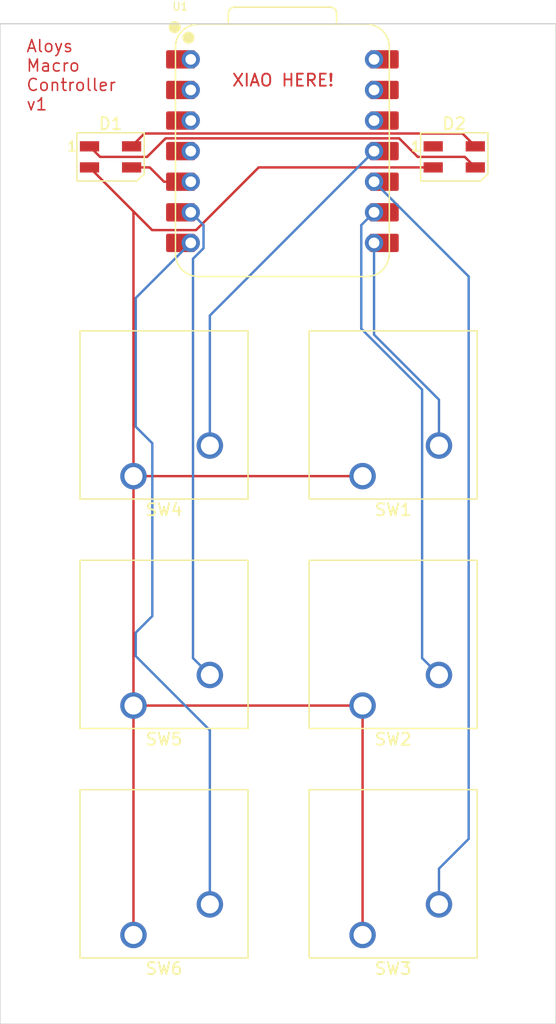
<source format=kicad_pcb>
(kicad_pcb (version 20241229) (generator "pcbnew") (generator_version "9.0")
  (layers (0 "F.Cu" signal) (2 "B.Cu" signal) (13 "F.Paste" user) (15 "B.Paste" user) (5 "F.SilkS" user "F.Silkscreen") (7 "B.SilkS" user "B.Silkscreen") (1 "F.Mask" user) (3 "B.Mask" user) (25 "Edge.Cuts" user))
  (net 0 "")
  (net 1 "Net-(D1-DOUT)")
  (net 2 "GND")
  (net 3 "+5V")
  (net 4 "Net-(D1-DIN)")
  (net 6 "Net-(U1-GPIO1{slash}RX)")
  (net 7 "Net-(U1-GPIO2{slash}SCK)")
  (net 8 "Net-(U1-GPIO4{slash}MISO)")
  (net 9 "Net-(U1-GPIO3{slash}MOSI)")
  (net 10 "Net-(U1-GPIO7{slash}SCL)")
  (net 11 "Net-(U1-GPIO0{slash}TX)")
  (footprint "Button_Switch_Keyboard:SW_Cherry_MX_1.00u_PCB" (layer "F.Cu") (at 111.4425 66.9925 180)
    (property "Reference" "SW4" (at -2.54 -2.794 0) (layer "F.SilkS"))
    (property "Value" "SW_Push")
    (fp_line (start 4.445 12.065) (end -9.525 12.065) (stroke (width 0.12)) (layer "F.SilkS"))
    (fp_line (start 4.445 -1.905) (end 4.445 12.065) (stroke (width 0.12)) (layer "F.SilkS"))
    (fp_line (start -9.525 12.065) (end -9.525 -1.905) (stroke (width 0.12)) (layer "F.SilkS"))
    (fp_line (start -9.525 -1.905) (end 4.445 -1.905) (stroke (width 0.12)) (layer "F.SilkS"))
    (pad "" np_thru_hole circle (at -7.62 5.08 180) (size 1.7 1.7) (drill 1.7) (layers "*.Cu" "*.Mask"))
    (pad "" np_thru_hole circle (at -2.54 5.08 180) (size 4 4) (drill 4) (layers "*.Cu" "*.Mask"))
    (pad "" np_thru_hole circle (at 2.54 5.08 180) (size 1.7 1.7) (drill 1.7) (layers "*.Cu" "*.Mask"))
    (pad "1" thru_hole circle (at 0 0 180) (size 2.2 2.2) (drill 1.5) (layers "*.Cu" "*.Mask") (net 2 "GND"))
    (pad "2" thru_hole circle (at -6.35 2.54 180) (size 2.2 2.2) (drill 1.5) (layers "*.Cu" "*.Mask") (net 9 "Net-(U1-GPIO3{slash}MOSI)"))
  )
  (footprint "LED_SMD:LED_SK6812MINI_PLCC4_3.5x3.5mm_P1.75mm" (layer "F.Cu") (at 109.5375 40.48125)
    (property "Reference" "D1" (at 0 -2.75 0) (layer "F.SilkS"))
    (property "Value" "SK6812MINI")
    (fp_line (start -2.8 -2) (end -2.8 2) (stroke (width 0.12)) (layer "F.SilkS"))
    (fp_line (start -2.8 -2) (end 2.8 -2) (stroke (width 0.12)) (layer "F.SilkS"))
    (fp_line (start -2.8 2) (end 2.2 2) (stroke (width 0.12)) (layer "F.SilkS"))
    (fp_line (start 2.8 1.4) (end 2.2 2) (stroke (width 0.12)) (layer "F.SilkS"))
    (fp_line (start 2.8 1.4) (end 2.8 -2) (stroke (width 0.12)) (layer "F.SilkS"))
    (fp_text user "1" (at -3.2 -0.875 0) (layer "F.SilkS") (effects (font (size 0.8 0.8))))
    (pad "1" smd rect (at -1.75 -0.875) (size 1.6 0.85) (layers "F.Cu" "F.Mask" "F.Paste") (net 1 "Net-(D1-DOUT)"))
    (pad "2" smd rect (at -1.75 0.875) (size 1.6 0.85) (layers "F.Cu" "F.Mask" "F.Paste") (net 2 "GND"))
    (pad "3" smd rect (at 1.75 0.875) (size 1.6 0.85) (layers "F.Cu" "F.Mask" "F.Paste") (net 4 "Net-(D1-DIN)"))
    (pad "4" smd rect (at 1.75 -0.875) (size 1.6 0.85) (layers "F.Cu" "F.Mask" "F.Paste") (net 3 "+5V"))
  )
  (footprint "OPL:XIAO-RP2040-DIP" (layer "F.Cu") (at 123.825 40.005)
    (property "Reference" "U1" (at -8.5 -12 0) (layer "F.SilkS") (effects (font (size 0.635 0.635) (thickness 0.1016))))
    (property "Value" "XIAO-RP2040-DIP")
    (fp_line (start -8.89 8.509) (end -8.89 -8.636) (stroke (width 0.127)) (layer "F.SilkS"))
    (fp_line (start -6.985 10.414) (end 6.985 10.414) (stroke (width 0.127)) (layer "F.SilkS"))
    (fp_line (start -4.495 -10.541) (end -4.491272 -11.451272) (stroke (width 0.127)) (layer "F.SilkS"))
    (fp_line (start -3.991272 -11.951) (end 4.004 -11.951) (stroke (width 0.127)) (layer "F.SilkS"))
    (fp_line (start 4.504 -11.451) (end 4.504 -10.541) (stroke (width 0.127)) (layer "F.SilkS"))
    (fp_line (start 6.985 -10.541) (end -6.985 -10.541) (stroke (width 0.1)) (layer "F.SilkS"))
    (fp_line (start 6.985 -10.541) (end -6.985 -10.541) (stroke (width 0.127)) (layer "F.SilkS"))
    (fp_line (start 8.89 8.509) (end 8.89 -8.636) (stroke (width 0.127)) (layer "F.SilkS"))
    (fp_arc (start -8.89 -8.636) (mid -8.332038 -9.983038) (end -6.985 -10.541) (stroke (width 0.127)) (layer "F.SilkS"))
    (fp_arc (start -6.985 10.414) (mid -8.332038 9.856038) (end -8.89 8.509) (stroke (width 0.127)) (layer "F.SilkS"))
    (fp_arc (start -4.491272 -11.451272) (mid -4.344728 -11.80464) (end -3.991272 -11.951) (stroke (width 0.127)) (layer "F.SilkS"))
    (fp_arc (start 4.004 -11.951) (mid 4.357553 -11.804553) (end 4.504 -11.451) (stroke (width 0.127)) (layer "F.SilkS"))
    (fp_arc (start 6.985 -10.541) (mid 8.332038 -9.983038) (end 8.89 -8.636) (stroke (width 0.127)) (layer "F.SilkS"))
    (fp_arc (start 8.89 8.509) (mid 8.332038 9.856038) (end 6.985 10.414) (stroke (width 0.127)) (layer "F.SilkS"))
    (fp_circle (center -8.95 -10.3) (end -8.95 -10.554) (stroke (width 0.5)) (fill yes) (layer "F.SilkS"))
    (fp_circle (center -7.807 -9.42) (end -7.807 -9.674) (stroke (width 0.5)) (fill yes) (layer "F.SilkS"))
    (pad "1" smd roundrect (at -8.455 -7.62 180) (size 2.432 1.524) (layers "F.Cu" "F.Mask") (roundrect_rratio 0.1))
    (pad "1" thru_hole circle (at -7.62 -7.62 180) (size 1.524 1.524) (drill 0.889) (layers "*.Cu" "*.Mask"))
    (pad "2" smd roundrect (at -8.455 -5.08 180) (size 2.432 1.524) (layers "F.Cu" "F.Mask") (roundrect_rratio 0.1))
    (pad "2" thru_hole circle (at -7.62 -5.08 180) (size 1.524 1.524) (drill 0.889) (layers "*.Cu" "*.Mask"))
    (pad "3" smd roundrect (at -8.455 -2.54 180) (size 2.432 1.524) (layers "F.Cu" "F.Mask") (roundrect_rratio 0.1))
    (pad "3" thru_hole circle (at -7.62 -2.54 180) (size 1.524 1.524) (drill 0.889) (layers "*.Cu" "*.Mask"))
    (pad "4" smd roundrect (at -8.455 0 180) (size 2.432 1.524) (layers "F.Cu" "F.Mask") (roundrect_rratio 0.1))
    (pad "4" thru_hole circle (at -7.62 0 180) (size 1.524 1.524) (drill 0.889) (layers "*.Cu" "*.Mask"))
    (pad "5" smd roundrect (at -8.455 2.54 180) (size 2.432 1.524) (layers "F.Cu" "F.Mask") (roundrect_rratio 0.1) (net 4 "Net-(D1-DIN)"))
    (pad "5" thru_hole circle (at -7.62 2.54 180) (size 1.524 1.524) (drill 0.889) (layers "*.Cu" "*.Mask") (net 4 "Net-(D1-DIN)"))
    (pad "6" smd roundrect (at -8.455 5.08 180) (size 2.432 1.524) (layers "F.Cu" "F.Mask") (roundrect_rratio 0.1) (net 10 "Net-(U1-GPIO7{slash}SCL)"))
    (pad "6" thru_hole circle (at -7.62 5.08 180) (size 1.524 1.524) (drill 0.889) (layers "*.Cu" "*.Mask") (net 10 "Net-(U1-GPIO7{slash}SCL)"))
    (pad "7" smd roundrect (at -8.455 7.62 180) (size 2.432 1.524) (layers "F.Cu" "F.Mask") (roundrect_rratio 0.1) (net 11 "Net-(U1-GPIO0{slash}TX)"))
    (pad "7" thru_hole circle (at -7.62 7.62 180) (size 1.524 1.524) (drill 0.889) (layers "*.Cu" "*.Mask") (net 11 "Net-(U1-GPIO0{slash}TX)"))
    (pad "8" thru_hole circle (at 7.62 7.62) (size 1.524 1.524) (drill 0.889) (layers "*.Cu" "*.Mask") (net 6 "Net-(U1-GPIO1{slash}RX)"))
    (pad "8" smd roundrect (at 8.455 7.62) (size 2.432 1.524) (layers "F.Cu" "F.Mask") (roundrect_rratio 0.1) (net 6 "Net-(U1-GPIO1{slash}RX)"))
    (pad "9" thru_hole circle (at 7.62 5.08) (size 1.524 1.524) (drill 0.889) (layers "*.Cu" "*.Mask") (net 7 "Net-(U1-GPIO2{slash}SCK)"))
    (pad "9" smd roundrect (at 8.455 5.08) (size 2.432 1.524) (layers "F.Cu" "F.Mask") (roundrect_rratio 0.1) (net 7 "Net-(U1-GPIO2{slash}SCK)"))
    (pad "10" thru_hole circle (at 7.62 2.54) (size 1.524 1.524) (drill 0.889) (layers "*.Cu" "*.Mask") (net 8 "Net-(U1-GPIO4{slash}MISO)"))
    (pad "10" smd roundrect (at 8.455 2.54) (size 2.432 1.524) (layers "F.Cu" "F.Mask") (roundrect_rratio 0.1) (net 8 "Net-(U1-GPIO4{slash}MISO)"))
    (pad "11" thru_hole circle (at 7.62 0) (size 1.524 1.524) (drill 0.889) (layers "*.Cu" "*.Mask") (net 9 "Net-(U1-GPIO3{slash}MOSI)"))
    (pad "11" smd roundrect (at 8.455 0) (size 2.432 1.524) (layers "F.Cu" "F.Mask") (roundrect_rratio 0.1) (net 9 "Net-(U1-GPIO3{slash}MOSI)"))
    (pad "12" thru_hole circle (at 7.62 -2.54) (size 1.524 1.524) (drill 0.889) (layers "*.Cu" "*.Mask"))
    (pad "12" smd roundrect (at 8.455 -2.54) (size 2.432 1.524) (layers "F.Cu" "F.Mask") (roundrect_rratio 0.1))
    (pad "13" thru_hole circle (at 7.62 -5.08) (size 1.524 1.524) (drill 0.889) (layers "*.Cu" "*.Mask"))
    (pad "13" smd roundrect (at 8.455 -5.08) (size 2.432 1.524) (layers "F.Cu" "F.Mask") (roundrect_rratio 0.1))
    (pad "14" thru_hole circle (at 7.62 -7.62) (size 1.524 1.524) (drill 0.889) (layers "*.Cu" "*.Mask"))
    (pad "14" smd roundrect (at 8.455 -7.62) (size 2.432 1.524) (layers "F.Cu" "F.Mask") (roundrect_rratio 0.1))
  )
  (footprint "LED_SMD:LED_SK6812MINI_PLCC4_3.5x3.5mm_P1.75mm" (layer "F.Cu") (at 138.1125 40.48125)
    (property "Reference" "D2" (at 0 -2.75 0) (layer "F.SilkS"))
    (property "Value" "SK6812MINI")
    (fp_line (start -2.8 -2) (end -2.8 2) (stroke (width 0.12)) (layer "F.SilkS"))
    (fp_line (start -2.8 -2) (end 2.8 -2) (stroke (width 0.12)) (layer "F.SilkS"))
    (fp_line (start -2.8 2) (end 2.2 2) (stroke (width 0.12)) (layer "F.SilkS"))
    (fp_line (start 2.8 1.4) (end 2.2 2) (stroke (width 0.12)) (layer "F.SilkS"))
    (fp_line (start 2.8 1.4) (end 2.8 -2) (stroke (width 0.12)) (layer "F.SilkS"))
    (fp_text user "1" (at -3.2 -0.875 0) (layer "F.SilkS") (effects (font (size 0.8 0.8))))
    (pad "1" smd rect (at -1.75 -0.875) (size 1.6 0.85) (layers "F.Cu" "F.Mask" "F.Paste"))
    (pad "2" smd rect (at -1.75 0.875) (size 1.6 0.85) (layers "F.Cu" "F.Mask" "F.Paste") (net 2 "GND"))
    (pad "3" smd rect (at 1.75 0.875) (size 1.6 0.85) (layers "F.Cu" "F.Mask" "F.Paste") (net 1 "Net-(D1-DOUT)"))
    (pad "4" smd rect (at 1.75 -0.875) (size 1.6 0.85) (layers "F.Cu" "F.Mask" "F.Paste") (net 3 "+5V"))
  )
  (footprint "Button_Switch_Keyboard:SW_Cherry_MX_1.00u_PCB" (layer "F.Cu") (at 111.4425 86.0425 180)
    (property "Reference" "SW5" (at -2.54 -2.794 0) (layer "F.SilkS"))
    (property "Value" "SW_Push")
    (fp_line (start 4.445 12.065) (end -9.525 12.065) (stroke (width 0.12)) (layer "F.SilkS"))
    (fp_line (start 4.445 -1.905) (end 4.445 12.065) (stroke (width 0.12)) (layer "F.SilkS"))
    (fp_line (start -9.525 12.065) (end -9.525 -1.905) (stroke (width 0.12)) (layer "F.SilkS"))
    (fp_line (start -9.525 -1.905) (end 4.445 -1.905) (stroke (width 0.12)) (layer "F.SilkS"))
    (pad "" np_thru_hole circle (at -7.62 5.08 180) (size 1.7 1.7) (drill 1.7) (layers "*.Cu" "*.Mask"))
    (pad "" np_thru_hole circle (at -2.54 5.08 180) (size 4 4) (drill 4) (layers "*.Cu" "*.Mask"))
    (pad "" np_thru_hole circle (at 2.54 5.08 180) (size 1.7 1.7) (drill 1.7) (layers "*.Cu" "*.Mask"))
    (pad "1" thru_hole circle (at 0 0 180) (size 2.2 2.2) (drill 1.5) (layers "*.Cu" "*.Mask") (net 2 "GND"))
    (pad "2" thru_hole circle (at -6.35 2.54 180) (size 2.2 2.2) (drill 1.5) (layers "*.Cu" "*.Mask") (net 10 "Net-(U1-GPIO7{slash}SCL)"))
  )
  (footprint "Button_Switch_Keyboard:SW_Cherry_MX_1.00u_PCB" (layer "F.Cu") (at 130.4925 66.9925 180)
    (property "Reference" "SW1" (at -2.54 -2.794 0) (layer "F.SilkS"))
    (property "Value" "SW_Push")
    (fp_line (start 4.445 12.065) (end -9.525 12.065) (stroke (width 0.12)) (layer "F.SilkS"))
    (fp_line (start 4.445 -1.905) (end 4.445 12.065) (stroke (width 0.12)) (layer "F.SilkS"))
    (fp_line (start -9.525 12.065) (end -9.525 -1.905) (stroke (width 0.12)) (layer "F.SilkS"))
    (fp_line (start -9.525 -1.905) (end 4.445 -1.905) (stroke (width 0.12)) (layer "F.SilkS"))
    (pad "" np_thru_hole circle (at -7.62 5.08 180) (size 1.7 1.7) (drill 1.7) (layers "*.Cu" "*.Mask"))
    (pad "" np_thru_hole circle (at -2.54 5.08 180) (size 4 4) (drill 4) (layers "*.Cu" "*.Mask"))
    (pad "" np_thru_hole circle (at 2.54 5.08 180) (size 1.7 1.7) (drill 1.7) (layers "*.Cu" "*.Mask"))
    (pad "1" thru_hole circle (at 0 0 180) (size 2.2 2.2) (drill 1.5) (layers "*.Cu" "*.Mask") (net 2 "GND"))
    (pad "2" thru_hole circle (at -6.35 2.54 180) (size 2.2 2.2) (drill 1.5) (layers "*.Cu" "*.Mask") (net 6 "Net-(U1-GPIO1{slash}RX)"))
  )
  (footprint "Button_Switch_Keyboard:SW_Cherry_MX_1.00u_PCB" (layer "F.Cu") (at 130.4925 105.0925 180)
    (property "Reference" "SW3" (at -2.54 -2.794 0) (layer "F.SilkS"))
    (property "Value" "SW_Push")
    (fp_line (start 4.445 12.065) (end -9.525 12.065) (stroke (width 0.12)) (layer "F.SilkS"))
    (fp_line (start 4.445 -1.905) (end 4.445 12.065) (stroke (width 0.12)) (layer "F.SilkS"))
    (fp_line (start -9.525 12.065) (end -9.525 -1.905) (stroke (width 0.12)) (layer "F.SilkS"))
    (fp_line (start -9.525 -1.905) (end 4.445 -1.905) (stroke (width 0.12)) (layer "F.SilkS"))
    (pad "" np_thru_hole circle (at -7.62 5.08 180) (size 1.7 1.7) (drill 1.7) (layers "*.Cu" "*.Mask"))
    (pad "" np_thru_hole circle (at -2.54 5.08 180) (size 4 4) (drill 4) (layers "*.Cu" "*.Mask"))
    (pad "" np_thru_hole circle (at 2.54 5.08 180) (size 1.7 1.7) (drill 1.7) (layers "*.Cu" "*.Mask"))
    (pad "1" thru_hole circle (at 0 0 180) (size 2.2 2.2) (drill 1.5) (layers "*.Cu" "*.Mask") (net 2 "GND"))
    (pad "2" thru_hole circle (at -6.35 2.54 180) (size 2.2 2.2) (drill 1.5) (layers "*.Cu" "*.Mask") (net 8 "Net-(U1-GPIO4{slash}MISO)"))
  )
  (footprint "Button_Switch_Keyboard:SW_Cherry_MX_1.00u_PCB" (layer "F.Cu") (at 130.4925 86.0425 180)
    (property "Reference" "SW2" (at -2.54 -2.794 0) (layer "F.SilkS"))
    (property "Value" "SW_Push")
    (fp_line (start 4.445 12.065) (end -9.525 12.065) (stroke (width 0.12)) (layer "F.SilkS"))
    (fp_line (start 4.445 -1.905) (end 4.445 12.065) (stroke (width 0.12)) (layer "F.SilkS"))
    (fp_line (start -9.525 12.065) (end -9.525 -1.905) (stroke (width 0.12)) (layer "F.SilkS"))
    (fp_line (start -9.525 -1.905) (end 4.445 -1.905) (stroke (width 0.12)) (layer "F.SilkS"))
    (pad "" np_thru_hole circle (at -7.62 5.08 180) (size 1.7 1.7) (drill 1.7) (layers "*.Cu" "*.Mask"))
    (pad "" np_thru_hole circle (at -2.54 5.08 180) (size 4 4) (drill 4) (layers "*.Cu" "*.Mask"))
    (pad "" np_thru_hole circle (at 2.54 5.08 180) (size 1.7 1.7) (drill 1.7) (layers "*.Cu" "*.Mask"))
    (pad "1" thru_hole circle (at 0 0 180) (size 2.2 2.2) (drill 1.5) (layers "*.Cu" "*.Mask") (net 2 "GND"))
    (pad "2" thru_hole circle (at -6.35 2.54 180) (size 2.2 2.2) (drill 1.5) (layers "*.Cu" "*.Mask") (net 7 "Net-(U1-GPIO2{slash}SCK)"))
  )
  (footprint "Button_Switch_Keyboard:SW_Cherry_MX_1.00u_PCB" (layer "F.Cu") (at 111.4425 105.0925 180)
    (property "Reference" "SW6" (at -2.54 -2.794 0) (layer "F.SilkS"))
    (property "Value" "SW_Push")
    (fp_line (start 4.445 12.065) (end -9.525 12.065) (stroke (width 0.12)) (layer "F.SilkS"))
    (fp_line (start 4.445 -1.905) (end 4.445 12.065) (stroke (width 0.12)) (layer "F.SilkS"))
    (fp_line (start -9.525 12.065) (end -9.525 -1.905) (stroke (width 0.12)) (layer "F.SilkS"))
    (fp_line (start -9.525 -1.905) (end 4.445 -1.905) (stroke (width 0.12)) (layer "F.SilkS"))
    (pad "" np_thru_hole circle (at -7.62 5.08 180) (size 1.7 1.7) (drill 1.7) (layers "*.Cu" "*.Mask"))
    (pad "" np_thru_hole circle (at -2.54 5.08 180) (size 4 4) (drill 4) (layers "*.Cu" "*.Mask"))
    (pad "" np_thru_hole circle (at 2.54 5.08 180) (size 1.7 1.7) (drill 1.7) (layers "*.Cu" "*.Mask"))
    (pad "1" thru_hole circle (at 0 0 180) (size 2.2 2.2) (drill 1.5) (layers "*.Cu" "*.Mask") (net 2 "GND"))
    (pad "2" thru_hole circle (at -6.35 2.54 180) (size 2.2 2.2) (drill 1.5) (layers "*.Cu" "*.Mask") (net 11 "Net-(U1-GPIO0{slash}TX)"))
  )
  (gr_rect (start 100.37 29.4) (end 146.55 29.451) (stroke (width 0.05)) (fill no) (layer "Edge.Cuts"))
  (gr_rect (start 100.37 29.451) (end 146.55 112.47) (stroke (width 0.05)) (fill no) (layer "Edge.Cuts"))
  (gr_text "Aloys\nMacro\nController\nv1" (at 102.47 36.7 0) (layer "F.Cu") (effects (font (size 1 1) (thickness 0.125)) (justify left bottom)))
  (gr_text "XIAO HERE!" (at 119.57 34.7 0) (layer "F.Cu") (effects (font (size 1 1)) (justify left bottom)))
  (segment (start 138.9875 40.48125) (end 139.8625 41.35625) (width 0.2) (layer "F.Cu") (net 1))
  (segment (start 108.6625 40.48125) (end 112.575124 40.48125) (width 0.2) (layer "F.Cu") (net 1))
  (segment (start 112.575124 40.48125) (end 114.114374 38.942) (width 0.2) (layer "F.Cu") (net 1))
  (segment (start 135.074876 40.48125) (end 138.9875 40.48125) (width 0.2) (layer "F.Cu") (net 1))
  (segment (start 107.7875 39.60625) (end 108.6625 40.48125) (width 0.2) (layer "F.Cu") (net 1))
  (segment (start 133.535626 38.942) (end 135.074876 40.48125) (width 0.2) (layer "F.Cu") (net 1))
  (segment (start 114.114374 38.942) (end 133.535626 38.942) (width 0.2) (layer "F.Cu") (net 1))
  (segment (start 111.4425 86.0425) (end 111.4425 105.0925) (width 0.2) (layer "F.Cu") (net 2))
  (segment (start 112.99325 46.562) (end 111.4425 45.01125) (width 0.2) (layer "F.Cu") (net 2))
  (segment (start 111.4425 45.01125) (end 107.7875 41.35625) (width 0.2) (layer "F.Cu") (net 2))
  (segment (start 121.85106 41.35625) (end 116.64531 46.562) (width 0.2) (layer "F.Cu") (net 2))
  (segment (start 136.3625 41.35625) (end 121.85106 41.35625) (width 0.2) (layer "F.Cu") (net 2))
  (segment (start 116.64531 46.562) (end 112.99325 46.562) (width 0.2) (layer "F.Cu") (net 2))
  (segment (start 111.4425 66.9925) (end 111.4425 86.0425) (width 0.2) (layer "F.Cu") (net 2))
  (segment (start 130.4925 66.9925) (end 130.81 66.675) (width 0.2) (layer "F.Cu") (net 2))
  (segment (start 111.4425 66.9925) (end 111.4425 45.01125) (width 0.2) (layer "F.Cu") (net 2))
  (segment (start 111.4425 86.0425) (end 130.4925 86.0425) (width 0.2) (layer "F.Cu") (net 2))
  (segment (start 130.4925 66.9925) (end 111.4425 66.9925) (width 0.2) (layer "F.Cu") (net 2))
  (segment (start 130.4925 86.0425) (end 130.4925 105.0925) (width 0.2) (layer "F.Cu") (net 2))
  (segment (start 130.81 66.675) (end 130.96875 66.675) (width 0.2) (layer "F.Cu") (net 2))
  (segment (start 112.35275 38.541) (end 138.79725 38.541) (width 0.2) (layer "F.Cu") (net 3))
  (segment (start 111.2875 39.60625) (end 112.35275 38.541) (width 0.2) (layer "F.Cu") (net 3))
  (segment (start 138.79725 38.541) (end 139.8625 39.60625) (width 0.2) (layer "F.Cu") (net 3))
  (segment (start 112.79375 41.35625) (end 113.9825 42.545) (width 0.2) (layer "F.Cu") (net 4))
  (segment (start 113.9825 42.545) (end 116.205 42.545) (width 0.2) (layer "F.Cu") (net 4))
  (segment (start 111.2875 41.35625) (end 112.79375 41.35625) (width 0.2) (layer "F.Cu") (net 4))
  (segment (start 131.445 55.245) (end 131.445 47.625) (width 0.2) (layer "B.Cu") (net 6))
  (segment (start 136.8425 64.4525) (end 136.8425 60.6425) (width 0.2) (layer "B.Cu") (net 6))
  (segment (start 136.8425 60.6425) (end 131.445 55.245) (width 0.2) (layer "B.Cu") (net 6))
  (segment (start 136.8425 83.5025) (end 135.4415 82.1015) (width 0.2) (layer "B.Cu") (net 7))
  (segment (start 135.4415 82.1015) (end 135.4415 59.8086) (width 0.2) (layer "B.Cu") (net 7))
  (segment (start 130.382 46.148) (end 131.445 45.085) (width 0.2) (layer "B.Cu") (net 7))
  (segment (start 130.382 54.7491) (end 130.382 46.148) (width 0.2) (layer "B.Cu") (net 7))
  (segment (start 135.4415 59.8086) (end 130.382 54.7491) (width 0.2) (layer "B.Cu") (net 7))
  (segment (start 139.3135 50.4135) (end 131.445 42.545) (width 0.2) (layer "B.Cu") (net 8))
  (segment (start 139.3135 97.11303) (end 139.3135 50.4135) (width 0.2) (layer "B.Cu") (net 8))
  (segment (start 136.8425 99.58403) (end 139.3135 97.11303) (width 0.2) (layer "B.Cu") (net 8))
  (segment (start 136.8425 102.5525) (end 136.8425 99.58403) (width 0.2) (layer "B.Cu") (net 8))
  (segment (start 117.7925 53.6575) (end 131.445 40.005) (width 0.2) (layer "B.Cu") (net 9))
  (segment (start 117.7925 64.4525) (end 117.7925 53.6575) (width 0.2) (layer "B.Cu") (net 9))
  (segment (start 117.268 48.06531) (end 117.268 46.148) (width 0.2) (layer "B.Cu") (net 10))
  (segment (start 116.3915 48.94181) (end 117.268 48.06531) (width 0.2) (layer "B.Cu") (net 10))
  (segment (start 117.268 46.148) (end 116.205 45.085) (width 0.2) (layer "B.Cu") (net 10))
  (segment (start 117.7925 83.5025) (end 116.3915 82.1015) (width 0.2) (layer "B.Cu") (net 10))
  (segment (start 116.3915 82.1015) (end 116.3915 48.94181) (width 0.2) (layer "B.Cu") (net 10))
  (segment (start 111.6315 81.936316) (end 111.6315 79.988684) (width 0.2) (layer "B.Cu") (net 11))
  (segment (start 111.6315 62.886316) (end 111.6315 52.1985) (width 0.2) (layer "B.Cu") (net 11))
  (segment (start 117.7925 88.097316) (end 111.6315 81.936316) (width 0.2) (layer "B.Cu") (net 11))
  (segment (start 113.008684 78.6115) (end 113.008684 64.2635) (width 0.2) (layer "B.Cu") (net 11))
  (segment (start 111.6315 52.1985) (end 116.205 47.625) (width 0.2) (layer "B.Cu") (net 11))
  (segment (start 117.7925 102.5525) (end 117.7925 88.097316) (width 0.2) (layer "B.Cu") (net 11))
  (segment (start 113.008684 64.2635) (end 111.6315 62.886316) (width 0.2) (layer "B.Cu") (net 11))
  (segment (start 111.6315 79.988684) (end 113.008684 78.6115) (width 0.2) (layer "B.Cu") (net 11))
)
</source>
